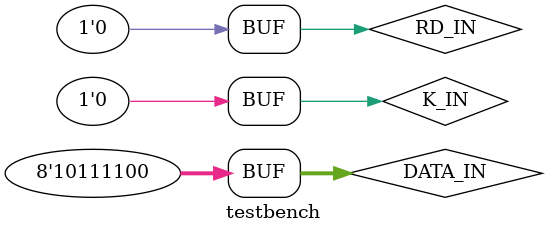
<source format=v>
`timescale 1ns / 1ps
module Transition_8Bto10B(DATA_I,DATA_OUT,RD_I,RD_OUT,K_I);
   input [7:0]DATA_I;
	input RD_I,K_I;
	output[9:0]DATA_OUT;
	output RD_OUT;
	reg [9:0]DATA_OUT;
	reg [5:0]abcdei;
	reg [3:0]fghj,i;
	reg [2:0]Disparity_5Bto6B,Disparity_3Bto4B;
	reg RD_after5Bto6B;
	reg RD_OUT;
   reg RD_IN,K_IN;
	reg [7:0]DATA_IN;
	
	initial
     begin
	   DATA_IN=8'b10111100;
		RD_IN=0;
		K_IN=0;
		if(K_IN&&(DATA_IN[4:0]===5'b11100))
		 begin
			if(!RD_IN)
				abcdei=6'b001111;
			else
				abcdei=6'b110000;
		 end
		else
		begin
			if(!RD_IN)
				begin
					case(DATA_IN[4:0])
						 5'b00000 :                
							abcdei=6'b100111;
						 5'b00001 :                
							abcdei=6'b011101;
						 5'b00010 :                
							abcdei=6'b101101;
						 5'b00011 :
							abcdei=6'b110001;
						 5'b00100 :                
							abcdei=6'b110101;			  
						 5'b00101 :
							abcdei=6'b101001;	
						 5'b00110 :
							abcdei=6'b011001;
						 5'b00111 :                
							abcdei=6'b111000;
						 5'b01000 :                
							abcdei=6'b111001;
						 5'b01001 :
							abcdei=6'b100101;
						 5'b01010 :
							abcdei=6'b010101;  
						 5'b01011 :
							abcdei=6'b110100;
						 5'b01100 :
							abcdei=6'b001101;
						 5'b01101 :
							abcdei=6'b101100;
						 5'b01110 :
							abcdei=6'b011100;
						 5'b01111 :              
							abcdei=6'b010111;
						 5'b10000 :             
							abcdei=6'b011011;
						 5'b10001 :
							abcdei=6'b100011;
						 5'b10010 :
							abcdei=6'b010011;
						 5'b10011 :
							abcdei=6'b110010;
						 5'b10100 :
							abcdei=6'b001011;
						 5'b10101 :
							abcdei=6'b101010;
						 5'b10110 :
							abcdei=6'b011010;
						 5'b10111 :             
							abcdei=6'b111010;
						 5'b11000 :             
							abcdei=6'b110011;
						 5'b11001 :
							abcdei=6'b100110;
						 5'b11010 :
							abcdei=6'b010110;
						 5'b11011 :              
							abcdei=6'b110110;
						 5'b11100 :
							abcdei=6'b001110;
						 5'b11101 :             
							abcdei=6'b101110;
						 5'b11110 :               
							abcdei=6'b011110;
						 5'b11111 :     
							abcdei=6'b101011;
					  default :
							abcdei=6'bXXXXXX;		
					endcase
				end
			else
				begin
					case(DATA_IN[4:0])
						 5'b00000 :                
							abcdei=6'b011000;
						 5'b00001 :                
							abcdei=6'b100010;
						 5'b00010 :                
							abcdei=6'b010010;
						 5'b00011 :
							abcdei=6'b110001;
						 5'b00100 :                
							abcdei=6'b001010;			  
						 5'b00101 :
							abcdei=6'b101001;	
						 5'b00110 :
							abcdei=6'b011001;
						 5'b00111 :                
							abcdei=6'b000111;
						 5'b01000 :                
							abcdei=6'b000110;
						 5'b01001 :
							abcdei=6'b100101;
						 5'b01010 :
							abcdei=6'b010101;  
						 5'b01011 :
							abcdei=6'b101100;
						 5'b01100 :
							abcdei=6'b001101;
						 5'b01101 :
							abcdei=6'b101100;
						 5'b01110 :
							abcdei=6'b011100;
						 5'b01111 :              
							abcdei=6'b101000;
						 5'b10000 :             
							abcdei=6'b100100;
						 5'b10001 :
							abcdei=6'b100011;
						 5'b10010 :
							abcdei=6'b010011;
						 5'b10011 :
							abcdei=6'b110010;
						 5'b10100 :
							abcdei=6'b001010;
						 5'b10101 :
							abcdei=6'b101010;
						 5'b10110 :
							abcdei=6'b011010;
						 5'b10111 :             
							abcdei=6'b000101;
						 5'b11000 :             
							abcdei=6'b001100;
						 5'b11001 :
							abcdei=6'b100110;
						 5'b11010 :
							abcdei=6'b010110;
						 5'b11011 :              
							abcdei=6'b001001;
						 5'b11100 :
							abcdei=6'b001110;
						 5'b11101 :             
							abcdei=6'b010001;
						 5'b11110 :               
							abcdei=6'b100001;
						 5'b11111 :     
							abcdei=6'b010100;
					  default :
							abcdei=6'bXXXXXX;		
					endcase
				end
		end
			
		for(i=0;i<6;i=i+1)
			DATA_OUT[i+4]=abcdei[i];
			
			
		for(i=0;i<6;i=i+1)
			Disparity_5Bto6B=Disparity_5Bto6B+abcdei[i];
			
		if(Disparity_5Bto6B>3||abcdei===6'b000111||(Disparity_5Bto6B==3&&RD_IN==1))
		   RD_after5Bto6B=1;
		else
			RD_after5Bto6B=0;

		if(!K_IN)
		begin
			if(!RD_after5Bto6B)
				begin
					case(DATA_IN[7:5])
						3'b000:
							fghj=4'b1011;
						3'b001:
							fghj=4'b1001;
						3'b010:
							fghj=4'b0101;
						3'b011:
							fghj=4'b1100;
						3'b100:
							fghj=4'b1101;
						3'b101:
							fghj=4'b1010;
						3'b110:
							fghj=4'b0110;
						3'b111:
							if((abcdei[0]==1)&&(abcdei[1]==1))
							  fghj=4'b0111;
							else
							  fghj=4'b1110;
						default :
                        fghj=4'bXXXX;
					endcase
				end
			else
				begin
					case(DATA_IN[7:5])
						3'b000:
							fghj=4'b0100;
						3'b001:
							fghj=4'b1001;
						3'b010:
							fghj=4'b0101;
						3'b011:
							fghj=4'b0011;
						3'b100:
							fghj=4'b0010;
						3'b101:
							fghj=4'b1010;
						3'b110:
							fghj=4'b0110;
						3'b111:
							if((abcdei[0]==0)&&(abcdei[1]==0))
							  fghj=4'b1000;
							else
							  fghj=4'b0001;
					   default :
                        fghj=4'bXXXX;
					endcase
				end
		end
		else
		begin
			if(!RD_after5Bto6B)
				begin
					case(DATA_IN[7:5])
						3'b000:
							fghj=4'b1011;
						3'b001:
							fghj=4'b0110;
						3'b010:
							fghj=4'b1010;
						3'b011:
							fghj=4'b1100;
						3'b100:
							fghj=4'b1101;
						3'b101:
							fghj=4'b0101;
						3'b110:
							fghj=4'b1001;
						3'b111:
							fghj=4'b0111;
						default :
                        fghj=4'bXXXX;
					endcase
				end
			else
				begin
					case(DATA_IN[7:5])
						3'b000:
							fghj=4'b0100;
						3'b001:
							fghj=4'b1001;
						3'b010:
							fghj=4'b0101;
						3'b011:
							fghj=4'b0011;
						3'b100:
							fghj=4'b0010;
						3'b101:
							fghj=4'b1010;
						3'b110:
							fghj=4'b0110;
						3'b111:
							fghj=4'b1000;
						default :
                        fghj=4'bXXXX;
					endcase
				end
	  end
	
	  for(i=0;i<4;i=i+1)
			DATA_OUT[i]=fghj[i];
	
	  for(i=0;i<4;i=i+1)
			Disparity_3Bto4B=Disparity_3Bto4B+fghj[i];
	  
		if(Disparity_3Bto4B>2||fghj===4'b0011||(RD_after5Bto6B==1&&Disparity_3Bto4B==2))
			RD_OUT=1;
		else
			RD_OUT=0;
	end
	

endmodule

module testbench;
	reg [7:0]DATA_IN;
	reg K_IN,RD_IN;
	wire [9:0]DATA_OUT;
	wire RD_OUT;
	
	Transition_8Bto10B testbench(.DATA_I(DATA_IN),.RD_I(RD_IN),.K_I(K_IN),.DATA_OUT(DATA_OUT),.RD_OUT(RD_OUT));
	
  initial
	  begin    
			DATA_IN=8'b10111100;
			K_IN=0;
			RD_IN=0;
	  end

		
endmodule

</source>
